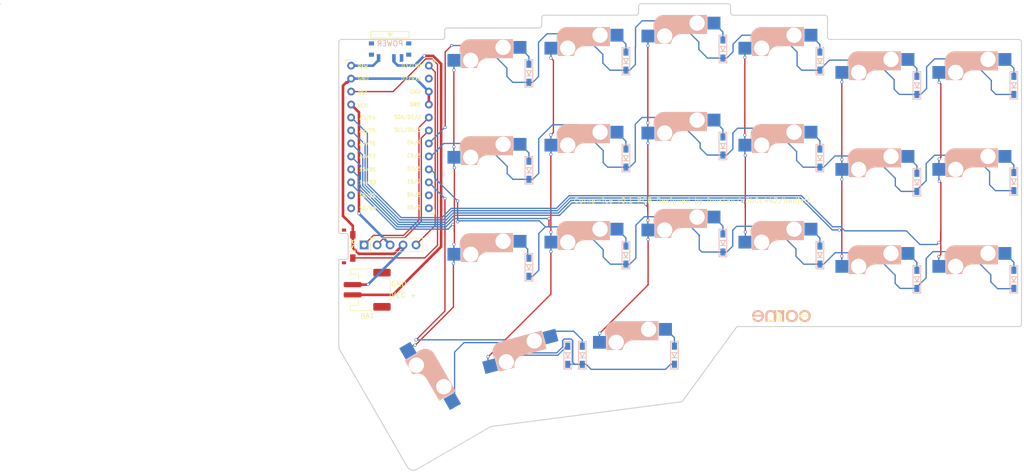
<source format=kicad_pcb>
(kicad_pcb (version 20221018) (generator pcbnew)
  (title_block (title "Corne-ice") (date "2022-12-17") (rev "0.1") (company "foostan/e3b0c442"))
  (layers (0 "F.Cu" signal) (31 "B.Cu" signal) (34 "B.Paste" user) (35 "F.Paste" user) (36 "B.SilkS" user "B.Silkscreen") (37 "F.SilkS" user "F.Silkscreen") (38 "B.Mask" user) (39 "F.Mask" user) (44 "Edge.Cuts" user))
  (net 0 "")
  (net 1 "MOSI_r")
  (net 2 "Net-(D22-Pad2)")
  (net 3 "row0_r")
  (net 4 "Net-(D23-Pad2)")
  (net 5 "Net-(D24-Pad2)")
  (net 6 "Net-(D25-Pad2)")
  (net 7 "Net-(D26-Pad2)")
  (net 8 "Net-(D27-Pad2)")
  (net 9 "row1_r")
  (net 10 "Net-(D28-Pad2)")
  (net 11 "Net-(D29-Pad2)")
  (net 12 "Net-(D30-Pad2)")
  (net 13 "Net-(D31-Pad2)")
  (net 14 "Net-(D32-Pad2)")
  (net 15 "Net-(D33-Pad2)")
  (net 16 "row2_r")
  (net 17 "Net-(D34-Pad2)")
  (net 18 "Net-(D35-Pad2)")
  (net 19 "Net-(D36-Pad2)")
  (net 20 "Net-(D37-Pad2)")
  (net 21 "Net-(D38-Pad2)")
  (net 22 "Net-(D39-Pad2)")
  (net 23 "Net-(D40-Pad2)")
  (net 24 "row3_r")
  (net 25 "Net-(D41-Pad2)")
  (net 26 "Net-(D42-Pad2)")
  (net 27 "reset_r")
  (net 28 "col0_r")
  (net 29 "col1_r")
  (net 30 "col2_r")
  (net 31 "col3_r")
  (net 32 "col4_r")
  (net 33 "col5_r")
  (net 34 "VDD")
  (net 35 "GNDA")
  (net 36 "CS_r")
  (net 42 "Net-(J3-Pad1)")
  (net 43 "SCK_r")
  (net 44 "RAW_r")
  (footprint "kbd:CherryMX_Hotswap_1.5u" (layer "F.Cu") (at 166.8645 95.15 -60)
    (fp_text reference "SW42" hide)
    (fp_text value "SW_PUSH" hide)
  )
  (footprint "Connector_PinHeader_2.54mm:PinHeader_1x05_P2.54mm_Vertical" (layer "F.Cu") (at 156.9325 67.03 90)
    (fp_text reference "J4" hide)
    (fp_text value "nice!view" hide)
  )
  (footprint "kbd:CherryMX_Hotswap" (layer "F.Cu") (at 219.6145 66.65)
    (fp_text reference "SW37" hide)
    (fp_text value "SW_PUSH" hide)
  )
  (footprint "kbd:CherryMX_Hotswap" (layer "F.Cu") (at 200.6145 69.025)
    (fp_text reference "SW38" hide)
    (fp_text value "SW_PUSH" hide)
  )
  (footprint "kbd:CherryMX_Hotswap" (layer "F.Cu") (at 181.6145 71.4)
    (fp_text reference "SW39" hide)
    (fp_text value "SW_PUSH" hide)
  )
  (footprint "kbd:CherryMX_Hotswap" (layer "F.Cu") (at 210.1145 88.65)
    (fp_text reference "SW40" hide)
    (fp_text value "SW_PUSH" hide)
  )
  (footprint "kbd:CherryMX_Hotswap" (layer "F.Cu") (at 189.1145 91.4 15)
    (fp_text reference "SW41" hide)
    (fp_text value "SW_PUSH" hide)
  )
  (footprint "kbd:CherryMX_Hotswap" (layer "F.Cu") (at 219.6145 28.65)
    (fp_text reference "SW25" hide)
    (fp_text value "SW_PUSH" hide)
  )
  (footprint "kbd:CherryMX_Hotswap" (layer "F.Cu") (at 200.6145 31.025)
    (fp_text reference "SW26" hide)
    (fp_text value "SW_PUSH" hide)
  )
  (footprint "kbd:CherryMX_Hotswap" (layer "F.Cu") (at 276.6145 54.775)
    (fp_text reference "SW28" hide)
    (fp_text value "SW_PUSH" hide)
  )
  (footprint "kbd:CherryMX_Hotswap" (layer "F.Cu") (at 238.6145 31.025)
    (fp_text reference "SW24" hide)
    (fp_text value "SW_PUSH" hide)
  )
  (footprint "kbd:CherryMX_Hotswap" (layer "F.Cu") (at 257.6145 54.775)
    (fp_text reference "SW29" hide)
    (fp_text value "SW_PUSH" hide)
  )
  (footprint "kbd:CherryMX_Hotswap" (layer "F.Cu") (at 257.6145 73.775)
    (fp_text reference "SW35" hide)
    (fp_text value "SW_PUSH" hide)
  )
  (footprint "kbd:CherryMX_Hotswap" (layer "F.Cu") (at 238.6145 69.025)
    (fp_text reference "SW36" hide)
    (fp_text value "SW_PUSH" hide)
  )
  (footprint "kbd:CherryMX_Hotswap" (layer "F.Cu") (at 276.6145 35.775)
    (fp_text reference "SW22" hide)
    (fp_text value "SW_PUSH" hide)
  )
  (footprint "kbd:CherryMX_Hotswap" (layer "F.Cu") (at 257.6145 35.775)
    (fp_text reference "SW23" hide)
    (fp_text value "SW_PUSH" hide)
  )
  (footprint "kbd:CherryMX_Hotswap" (layer "F.Cu") (at 238.6145 50.025)
    (fp_text reference "SW30" hide)
    (fp_text value "SW_PUSH" hide)
  )
  (footprint "kbd:CherryMX_Hotswap" (layer "F.Cu") (at 219.6145 47.65)
    (fp_text reference "SW31" hide)
    (fp_text value "SW_PUSH" hide)
  )
  (footprint "kbd:CherryMX_Hotswap" (layer "F.Cu") (at 200.6145 50.025)
    (fp_text reference "SW32" hide)
    (fp_text value "SW_PUSH" hide)
  )
  (footprint "kbd:CherryMX_Hotswap" (layer "F.Cu") (at 181.6145 52.4)
    (fp_text reference "SW33" hide)
    (fp_text value "SW_PUSH" hide)
  )
  (footprint "kbd:CherryMX_Hotswap" (layer "F.Cu") (at 276.6145 73.775)
    (fp_text reference "SW34" hide)
    (fp_text value "SW_PUSH" hide)
  )
  (footprint "kbd:M2_HOLE_v2" (layer "F.Cu") (at 177.3895 89.145 180)
    (fp_text reference "Ref**" hide)
    (fp_text value "Val**" hide)
  )
  (footprint "kbd:M2_HOLE_v2" (layer "F.Cu") (at 223.9555 81.5305 180)
    (fp_text reference "Ref**" hide)
    (fp_text value "Val**" hide)
  )
  (footprint "kbd:M2_HOLE_v2" (layer "F.Cu") (at 267.0995 45.2655 180)
    (fp_text reference "Ref**" hide)
    (fp_text value "Val**" hide)
  )
  (footprint "kbd:M2_HOLE_v2" (layer "F.Cu") (at 191.1445 41.7755 180)
    (fp_text reference "Ref**" hide)
    (fp_text value "Val**" hide)
  )
  (footprint "kbd:CherryMX_Hotswap" (layer "F.Cu") (at 181.6075 33.405)
    (fp_text reference "SW27" hide)
    (fp_text value "SW_PUSH" hide)
  )
  (footprint "kbd:ProMicro_v3" (layer "F.Cu") (at 161.9875 46.39)
    (fp_text reference "U2" hide)
    (fp_text value "nice!nano" hide)
  )
  (footprint "kbd:corne-logo-horizontal" (layer "F.Cu") (at 238.7775 81.04)
    (fp_text reference "G***" hide)
    (fp_text value "LOGO" hide)
  )
  (footprint "Connector_JST:JST_PH_S2B-PH-SM4-TB_1x02-1MP_P2.00mm_Horizontal" (layer "F.Cu") (at 157.5215 75.812 90)
    (fp_text reference "J3" hide)
    (fp_text value "BAT")
  )
  (footprint "keeblib:alps_sksn" (layer "F.Cu") (at 152.1325 67.33 -90)
    (fp_text reference "RST")
    (fp_text value "SW_PUSH" hide)
  )
  (footprint "kbd:D3_SMD_v2" (layer "B.Cu") (at 265.2145 35.775 90)
    (fp_text reference "D23" hide)
    (fp_text value "D" hide)
  )
  (footprint "kbd:D3_SMD_v2" (layer "B.Cu") (at 246.2145 31.025 90)
    (fp_text reference "D24" hide)
    (fp_text value "D" hide)
  )
  (footprint "kbd:D3_SMD_v2" (layer "B.Cu") (at 227.2145 28.65 90)
    (fp_text reference "D25" hide)
    (fp_text value "D" hide)
  )
  (footprint "kbd:D3_SMD_v2" (layer "B.Cu") (at 189.2075 33.405 90)
    (fp_text reference "D27" hide)
    (fp_text value "D" hide)
  )
  (footprint "kbd:D3_SMD_v2" (layer "B.Cu") (at 284.2145 54.625 90)
    (fp_text reference "D28" hide)
    (fp_text value "D" hide)
  )
  (footprint "kbd:D3_SMD_v2" (layer "B.Cu") (at 265.2145 54.775 90)
    (fp_text reference "D29" hide)
    (fp_text value "D" hide)
  )
  (footprint "kbd:D3_SMD_v2" (layer "B.Cu") (at 246.2145 50.025 90)
    (fp_text reference "D30" hide)
    (fp_text value "D" hide)
  )
  (footprint "kbd:D3_SMD_v2" (layer "B.Cu") (at 227.2145 47.65 90)
    (fp_text reference "D31" hide)
    (fp_text value "D" hide)
  )
  (footprint "kbd:D3_SMD_v2" (layer "B.Cu") (at 208.2145 50.025 90)
    (fp_text reference "D32" hide)
    (fp_text value "D" hide)
  )
  (footprint "kbd:D3_SMD_v2" (layer "B.Cu") (at 189.2075 52.405 90)
    (fp_text reference "D33" hide)
    (fp_text value "D" hide)
  )
  (footprint "kbd:D3_SMD_v2" (layer "B.Cu") (at 284.2145 73.775 90)
    (fp_text reference "D34" hide)
    (fp_text value "D" hide)
  )
  (footprint "kbd:D3_SMD_v2" (layer "B.Cu") (at 265.2145 73.775 90)
    (fp_text reference "D35" hide)
    (fp_text value "D" hide)
  )
  (footprint "kbd:D3_SMD_v2" (layer "B.Cu") (at 246.2145 69.025 90)
    (fp_text reference "D36" hide)
    (fp_text value "D" hide)
  )
  (footprint "kbd:D3_SMD_v2" (layer "B.Cu") (at 227.2145 66.65 90)
    (fp_text reference "D37" hide)
    (fp_text value "D" hide)
  )
  (footprint "kbd:D3_SMD_v2" (layer "B.Cu") (at 208.2145 69.025 90)
    (fp_text reference "D38" hide)
    (fp_text value "D" hide)
  )
  (footprint "kbd:D3_SMD_v2" (layer "B.Cu") (at 189.2075 71.405 90)
    (fp_text reference "D39" hide)
    (fp_text value "D" hide)
  )
  (footprint "kbd:D3_SMD_v2" (layer "B.Cu") (at 217.7145 88.635 90)
    (fp_text reference "D40" hide)
    (fp_text value "D" hide)
  )
  (footprint "kbd:D3_SMD_v2" (layer "B.Cu") (at 199.6645 88.65 90)
    (fp_text reference "D41" hide)
    (fp_text value "D" hide)
  )
  (footprint "kbd:D3_SMD_v2" (layer "B.Cu") (at 196.8145 88.65 90)
    (fp_text reference "D42" hide)
    (fp_text value "D" hide)
  )
  (footprint "kbd:D3_SMD_v2" (layer "B.Cu") (at 284.2145 35.775 90)
    (fp_text reference "D22" hide)
    (fp_text value "D" hide)
  )
  (footprint "kbd:D3_SMD_v2" (layer "B.Cu") (at 208.2145 31.025 90)
    (fp_text reference "D26" hide)
    (fp_text value "D" hide)
  )
  (footprint "kbd:M2_HOLE_v2" (layer "B.Cu") (at 154.4185 82.785 180)
    (fp_text reference "Ref**" hide)
    (fp_text value "Val**" hide)
  )
  (footprint "kbd:M2_HOLE_v2" (layer "B.Cu") (at 269.1875 54.125 180)
    (fp_text reference "Ref**" hide)
    (fp_text value "Val**" hide)
  )
  (footprint "kbd:M2_HOLE_v2" (layer "B.Cu") (at 168.8505 74.264 180)
    (fp_text reference "Ref**" hide)
    (fp_text value "Val**" hide)
  )
  (footprint "kbd:corne-logo-horizontal" (layer "B.Cu") (at 238.5675 81.04 180)
    (fp_text reference "G***" hide)
    (fp_text value "LOGO" hide)
  )
  (footprint "keeblib:switch_SSSS811101" (layer "B.Cu") (at 162.0075 28.66)
    (fp_text reference "PSW2" hide)
    (fp_text value "POWER")
  )
  (gr_curve (pts (xy 181.6295 102.678) (xy 181.84293 102.613557) (xy 182.062163 102.570169) (xy 182.284056 102.54846)) (stroke (width 0.2)) (layer "Edge.Cuts"))
  (gr_curve (pts (xy 152.181791 87.625717) (xy 152.029054 87.360585) (xy 151.950612 87.059178) (xy 151.9547 86.753228)) (stroke (width 0.2)) (layer "Edge.Cuts"))
  (gr_line (start 191.706177 24.025707) (end 191.706177 22.527109) (stroke (width 0.2)) (layer "Edge.Cuts"))
  (gr_line (start 173.204835 24.526087) (end 191.205797 24.526087) (stroke (width 0.2)) (layer "Edge.Cuts"))
  (gr_curve (pts (xy 151.9547 27.278174) (xy 151.954759 27.002128) (xy 152.178537 26.778365) (xy 152.454583 26.778301)) (stroke (width 0.2)) (layer "Edge.Cuts"))
  (gr_line (start 151.955216 27.276904) (end 151.955216 64.5) (stroke (width 0.2)) (layer "Edge.Cuts"))
  (gr_line (start 285.704628 27.278174) (end 285.706404 82.52693) (stroke (width 0.2)) (layer "Edge.Cuts"))
  (gr_line (start 248.205881 26.776525) (end 285.204501 26.778301) (stroke (width 0.2)) (layer "Edge.Cuts"))
  (gr_line (start 211.205737 19.776292) (end 228.20594 19.776292) (stroke (width 0.2)) (layer "Edge.Cuts"))
  (gr_line (start 210.705358 21.52635) (end 210.705358 20.276671) (stroke (width 0.2)) (layer "Edge.Cuts"))
  (gr_line (start 192.206556 22.026729) (end 210.204472 22.028252) (stroke (width 0.2)) (layer "Edge.Cuts"))
  (gr_line (start 181.6295 102.678) (end 167.335417 110.939084) (stroke (width 0.2)) (layer "Edge.Cuts"))
  (gr_line (start 172.706995 25.026466) (end 172.704713 26.278179) (stroke (width 0.2)) (layer "Edge.Cuts"))
  (gr_curve (pts (xy 172.704713 25.028242) (xy 172.704654 24.752107) (xy 172.928431 24.528195) (xy 173.204577 24.528121)) (stroke (width 0.2)) (layer "Edge.Cuts"))
  (gr_line (start 247.705501 22.527109) (end 247.705501 26.276145) (stroke (width 0.2)) (layer "Edge.Cuts"))
  (gr_line (start 228.70632 20.276671) (end 228.70632 21.52635) (stroke (width 0.2)) (layer "Edge.Cuts"))
  (gr_line (start 152.455595 26.776525) (end 172.204592 26.778301) (stroke (width 0.2)) (layer "Edge.Cuts"))
  (gr_curve (pts (xy 285.704628 82.5282) (xy 285.704558 82.804345) (xy 285.480647 83.028143) (xy 285.204506 83.028073)) (stroke (width 0.2)) (layer "Edge.Cuts"))
  (gr_curve (pts (xy 285.204506 83.028073) (xy 285.204501 83.028073) (xy 285.204501 83.028073) (xy 285.204501 83.028073)) (stroke (width 0.2)) (layer "Edge.Cuts"))
  (gr_curve (pts (xy 285.204501 26.778301) (xy 285.480642 26.778231) (xy 285.704558 27.002029) (xy 285.704628 27.278169)) (stroke (width 0.2)) (layer "Edge.Cuts"))
  (gr_curve (pts (xy 285.704628 27.278169) (xy 285.704628 27.278174) (xy 285.704628 27.278174) (xy 285.704628 27.278174)) (stroke (width 0.2)) (layer "Edge.Cuts"))
  (gr_curve (pts (xy 248.204611 26.778301) (xy 247.928465 26.77837) (xy 247.704559 26.554568) (xy 247.704489 26.278427)) (stroke (width 0.2)) (layer "Edge.Cuts"))
  (gr_curve (pts (xy 247.704489 26.278427) (xy 247.704489 26.278343) (xy 247.704489 26.278264) (xy 247.704489 26.278179)) (stroke (width 0.2)) (layer "Edge.Cuts"))
  (gr_curve (pts (xy 247.204616 22.028252) (xy 247.480662 22.028322) (xy 247.70442 22.25208) (xy 247.704489 22.528126)) (stroke (width 0.2)) (layer "Edge.Cuts"))
  (gr_curve (pts (xy 229.204665 22.028252) (xy 228.92852 22.028322) (xy 228.704613 21.804519) (xy 228.704544 21.528379)) (stroke (width 0.2)) (layer "Edge.Cuts"))
  (gr_curve (pts (xy 228.704544 21.528379) (xy 228.704544 21.528295) (xy 228.704544 21.52821) (xy 228.704544 21.528126)) (stroke (width 0.2)) (layer "Edge.Cuts"))
  (gr_curve (pts (xy 228.20467 19.778068) (xy 228.480816 19.778137) (xy 228.704613 20.002049) (xy 228.704544 20.278189)) (stroke (width 0.2)) (layer "Edge.Cuts"))
  (gr_curve (pts (xy 228.704544 20.278189) (xy 228.704544 20.278194) (xy 228.704544 20.278194) (xy 228.704544 20.278194)) (stroke (width 0.2)) (layer "Edge.Cuts"))
  (gr_curve (pts (xy 210.704594 20.278194) (xy 210.704524 20.002054) (xy 210.928322 19.778137) (xy 211.204467 19.778068)) (stroke (width 0.2)) (layer "Edge.Cuts"))
  (gr_curve (pts (xy 211.204467 19.778068) (xy 211.204467 19.778068) (xy 211.204467 19.778068) (xy 211.204467 19.778068)) (stroke (width 0.2)) (layer "Edge.Cuts"))
  (gr_curve (pts (xy 210.704594 21.528126) (xy 210.704663 21.804266) (xy 210.480866 22.028183) (xy 210.20472 22.028252)) (stroke (width 0.2)) (layer "Edge.Cuts"))
  (gr_curve (pts (xy 210.20472 22.028252) (xy 210.204641 22.028252) (xy 210.204552 22.028252) (xy 210.204472 22.028252)) (stroke (width 0.2)) (layer "Edge.Cuts"))
  (gr_curve (pts (xy 191.704649 22.528126) (xy 191.704718 22.25208) (xy 191.928476 22.028322) (xy 192.204522 22.028252)) (stroke (width 0.2)) (layer "Edge.Cuts"))
  (gr_curve (pts (xy 191.704649 24.028247) (xy 191.704579 24.304388) (xy 191.480672 24.52819) (xy 191.204527 24.528121)) (stroke (width 0.2)) (layer "Edge.Cuts"))
  (gr_line (start 165.4073 110.559612) (end 152.181276 87.627245) (stroke (width 0.2)) (layer "Edge.Cuts"))
  (gr_curve (pts (xy 165.410396 110.564226) (xy 165.409364 110.562688) (xy 165.408332 110.56115) (xy 165.4073 110.559612)) (stroke (width 0.2)) (layer "Edge.Cuts"))
  (gr_curve (pts (xy 167.335417 110.939084) (xy 166.700318 111.367153) (xy 165.838465 111.199314) (xy 165.410396 110.564226)) (stroke (width 0.2)) (layer "Edge.Cuts"))
  (gr_line (start 218.954506 97.778087) (end 182.284056 102.54846) (stroke (width 0.2)) (layer "Edge.Cuts"))
  (gr_curve (pts (xy 219.308071 97.631789) (xy 219.21428 97.725501) (xy 219.087101 97.778126) (xy 218.954506 97.778087)) (stroke (width 0.2)) (layer "Edge.Cuts"))
  (gr_line (start 229.851095 83.174629) (end 219.308071 97.631789) (stroke (width 0.2)) (layer "Edge.Cuts"))
  (gr_curve (pts (xy 172.704713 26.278179) (xy 172.704773 26.55432) (xy 172.480975 26.778231) (xy 172.20483 26.778301)) (stroke (width 0.2)) (layer "Edge.Cuts"))
  (gr_curve (pts (xy 172.20483 26.778301) (xy 172.20475 26.778301) (xy 172.204671 26.778301) (xy 172.204592 26.778301)) (stroke (width 0.2)) (layer "Edge.Cuts"))
  (gr_curve (pts (xy 85.690533 19.770068) (xy 85.690533 19.770068) (xy 85.690533 19.770068) (xy 85.690533 19.770068)) (stroke (width 0.2)) (layer "Edge.Cuts"))
  (gr_curve (pts (xy 229.851095 83.174629) (xy 229.944847 83.080818) (xy 230.072035 83.028103) (xy 230.204661 83.028073)) (stroke (width 0.2)) (layer "Edge.Cuts"))
  (gr_line (start 151.9575 70.005) (end 151.9547 86.753228) (stroke (width 0.2)) (layer "Edge.Cuts"))
  (gr_line (start 152.1575 69.88) (end 153.3075 69.88) (stroke (width 0.2)) (layer "Edge.Cuts"))
  (gr_arc (start 151.9575 70.08) (mid 152.016079 69.938579) (end 152.1575 69.88) (stroke (width 0.2)) (layer "Edge.Cuts"))
  (gr_arc (start 152.1575 64.78) (mid 152.016079 64.721421) (end 151.9575 64.58) (stroke (width 0.2)) (layer "Edge.Cuts"))
  (gr_arc (start 153.3075 64.78) (mid 153.661053 64.926447) (end 153.8075 65.28) (stroke (width 0.2)) (layer "Edge.Cuts"))
  (gr_line (start 285.204501 83.028073) (end 230.204661 83.028073) (stroke (width 0.2)) (layer "Edge.Cuts"))
  (gr_line (start 247.204616 22.028252) (end 229.204665 22.028252) (stroke (width 0.2)) (layer "Edge.Cuts"))
  (gr_line (start 153.8075 65.28) (end 153.8075 69.38) (stroke (width 0.2)) (layer "Edge.Cuts"))
  (gr_arc (start 153.8075 69.38) (mid 153.661053 69.733553) (end 153.3075 69.88) (stroke (width 0.2)) (layer "Edge.Cuts"))
  (gr_line (start 152.1575 64.78) (end 153.3075 64.78) (stroke (width 0.2)) (layer "Edge.Cuts"))
  (gr_text "Corne-ice v0.1 PCB Designed by foostan/e3b0c442/badjeff" (at 197.9075 58.33) (layer "F.SilkS") (effects (font (size 1 1) (thickness 0.125)) (justify left)))
  (gr_text "GND -" (at 164.7075 74.68) (layer "F.SilkS") (effects (font (size 1 1))))
  (gr_text "VCC +" (at 164.7075 76.88) (layer "F.SilkS") (effects (font (size 1 1))))
  (segment (start 164.648511 65.170989) (end 158.741511 65.170989) (width 0.254) (layer "F.Cu") (net 1))
  (segment (start 158.741511 65.170989) (end 156.9325 66.98) (width 0.254) (layer "F.Cu") (net 1))
  (segment (start 169.6039 42.073) (end 167.6745 44.0024) (width 0.254) (layer "F.Cu") (net 1))
  (segment (start 167.6745 44.0024) (end 167.6745 62.145) (width 0.254) (layer "F.Cu") (net 1))
  (segment (start 167.6745 62.145) (end 164.648511 65.170989) (width 0.254) (layer "F.Cu") (net 1))
  (segment (start 284.2145 32.42) (end 284.2145 34) (width 0.25) (layer "B.Cu") (net 2))
  (segment (start 282.4895 30.695) (end 284.2145 32.42) (width 0.25) (layer "B.Cu") (net 2))
  (segment (start 172.8075 29.221022) (end 172.8075 44.0152) (width 0.25) (layer "F.Cu") (net 3))
  (segment (start 174.063522 27.965) (end 172.8075 29.221022) (width 0.25) (layer "F.Cu") (net 3))
  (via (at 172.8075 44.0152) (size 0.6) (drill 0.4) (layers "F.Cu" "B.Cu") (net 3))
  (via (at 174.063522 27.965) (size 0.6) (drill 0.4) (layers "F.Cu" "B.Cu") (net 3))
  (segment (start 186.0425 35.18) (end 189.2075 35.18) (width 0.25) (layer "B.Cu") (net 3))
  (segment (start 260.7575 34.665) (end 260.7575 36.545) (width 0.25) (layer "B.Cu") (net 3))
  (segment (start 265.9645 37.55) (end 267.1175 36.397) (width 0.25) (layer "B.Cu") (net 3))
  (segment (start 208.9645 32.8) (end 210.0675 31.697) (width 0.25) (layer "B.Cu") (net 3))
  (segment (start 268.6975 30.575) (end 275.5575 30.575) (width 0.25) (layer "B.Cu") (net 3))
  (segment (start 203.6975 29.715) (end 203.6975 31.415) (width 0.25) (layer "B.Cu") (net 3))
  (segment (start 226.4645 30.425) (end 227.2145 30.425) (width 0.25) (layer "B.Cu") (net 3))
  (segment (start 265.2145 37.55) (end 265.9645 37.55) (width 0.25) (layer "B.Cu") (net 3))
  (segment (start 241.7475 31.915) (end 242.6325 32.8) (width 0.25) (layer "B.Cu") (net 3))
  (segment (start 279.7975 34.815) (end 279.7975 36.665) (width 0.25) (layer "B.Cu") (net 3))
  (segment (start 224.1975 30.425) (end 226.4645 30.425) (width 0.25) (layer "B.Cu") (net 3))
  (segment (start 256.9175 30.825) (end 259.9475 33.855) (width 0.25) (layer "B.Cu") (net 3))
  (segment (start 191.0875 34.05) (end 191.0875 27.345) (width 0.25) (layer "B.Cu") (net 3))
  (segment (start 238.453498 25.945) (end 241.7475 29.239002) (width 0.25) (layer "B.Cu") (net 3))
  (segment (start 210.0675 31.697) (end 210.0675 28.205) (width 0.25) (layer "B.Cu") (net 3))
  (segment (start 210.0675 28.205) (end 210.0975 28.175) (width 0.25) (layer "B.Cu") (net 3))
  (segment (start 199.6475 25.665) (end 203.6975 29.715) (width 0.25) (layer "B.Cu") (net 3))
  (segment (start 189.2075 35.18) (end 189.9575 35.18) (width 0.25) (layer "B.Cu") (net 3))
  (segment (start 222.4875 28.715) (end 224.1975 30.425) (width 0.25) (layer "B.Cu") (net 3))
  (segment (start 259.9475 33.855) (end 260.7575 34.665) (width 0.25) (layer "B.Cu") (net 3))
  (segment (start 174.063522 27.965) (end 180.4875 27.965) (width 0.25) (layer "B.Cu") (net 3))
  (segment (start 275.5575 30.575) (end 279.7975 34.815) (width 0.25) (layer "B.Cu") (net 3))
  (segment (start 192.7675 25.665) (end 199.6475 25.665) (width 0.25) (layer "B.Cu") (net 3))
  (segment (start 218.3475 23.135) (end 222.4875 27.275) (width 0.25) (layer "B.Cu") (net 3))
  (segment (start 184.8975 32.375) (end 184.8975 34.035) (width 0.25) (layer "B.Cu") (net 3))
  (segment (start 264.4645 37.55) (end 265.2145 37.55) (width 0.25) (layer "B.Cu") (net 3))
  (segment (start 222.4875 27.275) (end 222.4875 28.715) (width 0.25) (layer "B.Cu") (net 3))
  (segment (start 242.6325 32.8) (end 246.1125 32.8) (width 0.25) (layer "B.Cu") (net 3))
  (segment (start 241.7475 29.239002) (end 241.7475 31.915) (width 0.25) (layer "B.Cu") (net 3))
  (segment (start 230.959498 25.945) (end 238.453498 25.945) (width 0.25) (layer "B.Cu") (net 3))
  (segment (start 172.8075 44.0152) (end 172.7357 44.0152) (width 0.25) (layer "B.Cu") (net 3))
  (segment (start 205.0825 32.8) (end 208.2145 32.8) (width 0.25) (layer "B.Cu") (net 3))
  (segment (start 280.6825 37.55) (end 284.2145 37.55) (width 0.25) (layer "B.Cu") (net 3))
  (segment (start 246.1125 32.8) (end 248.0875 30.825) (width 0.25) (layer "B.Cu") (net 3))
  (segment (start 227.9645 30.425) (end 229.1975 29.192) (width 0.25) (layer "B.Cu") (net 3))
  (segment (start 191.0875 27.345) (end 192.7675 25.665) (width 0.25) (layer "B.Cu") (net 3))
  (segment (start 261.7625 37.55) (end 264.4645 37.55) (width 0.25) (layer "B.Cu") (net 3))
  (segment (start 279.7975 36.665) (end 280.6825 37.55) (width 0.25) (layer "B.Cu") (net 3))
  (segment (start 267.1175 32.155) (end 268.6975 30.575) (width 0.25) (layer "B.Cu") (net 3))
  (segment (start 229.1975 27.706998) (end 230.959498 25.945) (width 0.25) (layer "B.Cu") (net 3))
  (segment (start 248.0875 30.825) (end 256.9175 30.825) (width 0.25) (layer "B.Cu") (net 3))
  (segment (start 227.2145 30.425) (end 227.9645 30.425) (width 0.25) (layer "B.Cu") (net 3))
  (segment (start 180.4875 27.965) (end 184.8975 32.375) (width 0.25) (layer "B.Cu") (net 3))
  (segment (start 189.9575 35.18) (end 191.0875 34.05) (width 0.25) (layer "B.Cu") (net 3))
  (segment (start 172.7357 44.0152) (end 169.5989 47.152) (width 0.25) (layer "B.Cu") (net 3))
  (segment (start 211.3975 23.135) (end 218.3475 23.135) (width 0.25) (layer "B.Cu") (net 3))
  (segment (start 267.1175 36.397) (end 267.1175 32.155) (width 0.25) (layer "B.Cu") (net 3))
  (segment (start 208.2145 32.8) (end 208.9645 32.8) (width 0.25) (layer "B.Cu") (net 3))
  (segment (start 184.8975 34.035) (end 186.0425 35.18) (width 0.25) (layer "B.Cu") (net 3))
  (segment (start 203.6975 31.415) (end 205.0825 32.8) (width 0.25) (layer "B.Cu") (net 3))
  (segment (start 210.0975 24.435) (end 211.3975 23.135) (width 0.25) (layer "B.Cu") (net 3))
  (segment (start 229.1975 29.192) (end 229.1975 27.706998) (width 0.25) (layer "B.Cu") (net 3))
  (segment (start 210.0975 28.175) (end 210.0975 24.435) (width 0.25) (layer "B.Cu") (net 3))
  (segment (start 260.7575 36.545) (end 261.7625 37.55) (width 0.25) (layer "B.Cu") (net 3))
  (segment (start 263.4565 30.732) (end 265.2145 32.49) (width 0.25) (layer "B.Cu") (net 4))
  (segment (start 265.2145 32.49) (end 265.2145 34) (width 0.25) (layer "B.Cu") (net 4))
  (segment (start 244.4565 26.012) (end 246.2145 27.77) (width 0.25) (layer "B.Cu") (net 5))
  (segment (start 246.2145 27.77) (end 246.2145 29.25) (width 0.25) (layer "B.Cu") (net 5))
  (segment (start 227.2145 25.33) (end 227.2145 26.875) (width 0.25) (layer "B.Cu") (net 6))
  (segment (start 225.4565 23.572) (end 227.2145 25.33) (width 0.25) (layer "B.Cu") (net 6))
  (segment (start 206.4695 25.945) (end 208.2145 27.69) (width 0.25) (layer "B.Cu") (net 7))
  (segment (start 208.2145 27.69) (end 208.2145 29.25) (width 0.25) (layer "B.Cu") (net 7))
  (segment (start 187.4565 28.392) (end 189.2075 30.143) (width 0.25) (layer "B.Cu") (net 8))
  (segment (start 189.2075 30.143) (end 189.2075 31.63) (width 0.25) (layer "B.Cu") (net 8))
  (segment (start 279.4575 52.699002) (end 279.4575 55.265) (width 0.25) (layer "B.Cu") (net 9))
  (segment (start 217.7675 42.065) (end 222.7575 47.055) (width 0.25) (layer "B.Cu") (net 9))
  (segment (start 224.1175 49.425) (end 227.2145 49.425) (width 0.25) (layer "B.Cu") (net 9))
  (segment (start 249.1595 49.605) (end 256.6075 49.605) (width 0.25) (layer "B.Cu") (net 9))
  (segment (start 237.0675 44.165) (end 241.6475 48.745) (width 0.25) (layer "B.Cu") (net 9))
  (segment (start 203.7575 50.915) (end 204.6425 51.8) (width 0.25) (layer "B.Cu") (net 9))
  (segment (start 241.6475 50.505) (end 242.9425 51.8) (width 0.25) (layer "B.Cu") (net 9))
  (segment (start 210.0475 50.717) (end 210.0475 43.385) (width 0.25) (layer "B.Cu") (net 9))
  (segment (start 169.9905 49.692) (end 172.5275 47.155) (width 0.25) (layer "B.Cu") (net 9))
  (segment (start 210.0475 43.385) (end 211.3675 42.065) (width 0.25) (layer "B.Cu") (net 9))
  (segment (start 276.213498 49.455) (end 279.4575 52.699002) (width 0.25) (layer "B.Cu") (net 9))
  (segment (start 279.4575 55.265) (end 280.5925 56.4) (width 0.25) (layer "B.Cu") (net 9))
  (segment (start 229.1675 45.095) (end 230.0975 44.165) (width 0.25) (layer "B.Cu") (net 9))
  (segment (start 193.8525 43.495) (end 198.6975 43.495) (width 0.25) (layer "B.Cu") (net 9))
  (segment (start 267.0275 54.435) (end 267.0275 51.095) (width 0.25) (layer "B.Cu") (net 9))
  (segment (start 189.2075 54.18) (end 189.9575 54.18) (width 0.25) (layer "B.Cu") (net 9))
  (segment (start 260.9875 53.985) (end 260.9875 55.415) (width 0.25) (layer "B.Cu") (net 9))
  (segment (start 211.3675 42.065) (end 217.7675 42.065) (width 0.25) (layer "B.Cu") (net 9))
  (segment (start 184.9575 53.055) (end 186.0825 54.18) (width 0.25) (layer "B.Cu") (net 9))
  (segment (start 241.6475 48.745) (end 241.6475 50.505) (width 0.25) (layer "B.Cu") (net 9))
  (segment (start 191.1275 53.01) (end 191.1275 46.22) (width 0.25) (layer "B.Cu") (net 9))
  (segment (start 198.6975 43.495) (end 203.7575 48.555) (width 0.25) (layer "B.Cu") (net 9))
  (segment (start 191.1275 46.22) (end 193.8525 43.495) (width 0.25) (layer "B.Cu") (net 9))
  (segment (start 246.9645 51.8) (end 249.1595 49.605) (width 0.25) (layer "B.Cu") (net 9))
  (segment (start 203.7575 48.555) (end 203.7575 50.915) (width 0.25) (layer "B.Cu") (net 9))
  (segment (start 204.6425 51.8) (end 208.2145 51.8) (width 0.25) (layer "B.Cu") (net 9))
  (segment (start 280.5925 56.4) (end 284.2145 56.4) (width 0.25) (layer "B.Cu") (net 9))
  (segment (start 256.6075 49.605) (end 260.9875 53.985) (width 0.25) (layer "B.Cu") (net 9))
  (segment (start 222.7575 48.065) (end 224.1175 49.425) (width 0.25) (layer "B.Cu") (net 9))
  (segment (start 222.7575 47.055) (end 222.7575 48.065) (width 0.25) (layer "B.Cu") (net 9))
  (segment (start 230.0975 44.165) (end 237.0675 44.165) (width 0.25) (layer "B.Cu") (net 9))
  (segment (start 172.5275 47.155) (end 180.4575 47.155) (width 0.25) (layer "B.Cu") (net 9))
  (segment (start 229.1675 48.222) (end 229.1675 45.095) (width 0.25) (layer "B.Cu") (net 9))
  (segment (start 180.4575 47.155) (end 184.9575 51.655) (width 0.25) (layer "B.Cu") (net 9))
  (segment (start 268.6675 49.455) (end 276.213498 49.455) (width 0.25) (layer "B.Cu") (net 9))
  (segment (start 227.2145 49.425) (end 227.9645 49.425) (width 0.25) (layer "B.Cu") (net 9))
  (segment (start 262.1225 56.55) (end 265.2145 56.55) (width 0.25) (layer "B.Cu") (net 9))
  (segment (start 227.9645 49.425) (end 229.1675 48.222) (width 0.25) (layer "B.Cu") (net 9))
  (segment (start 260.9875 55.415) (end 262.1225 56.55) (width 0.25) (layer "B.Cu") (net 9))
  (segment (start 246.2145 51.8) (end 246.9645 51.8) (width 0.25) (layer "B.Cu") (net 9))
  (segment (start 208.9645 51.8) (end 210.0475 50.717) (width 0.25) (layer "B.Cu") (net 9))
  (segment (start 208.2145 51.8) (end 208.9645 51.8) (width 0.25) (layer "B.Cu") (net 9))
  (segment (start 186.0825 54.18) (end 189.2075 54.18) (width 0.25) (layer "B.Cu") (net 9))
  (segment (start 184.9575 51.655) (end 184.9575 53.055) (width 0.25) (layer "B.Cu") (net 9))
  (segment (start 265.2145 56.248) (end 267.0275 54.435) (width 0.25) (layer "B.Cu") (net 9))
  (segment (start 242.9425 51.8) (end 246.2145 51.8) (width 0.25) (layer "B.Cu") (net 9))
  (segment (start 189.9575 54.18) (end 191.1275 53.01) (width 0.25) (layer "B.Cu") (net 9))
  (segment (start 267.0275 51.095) (end 268.6675 49.455) (width 0.25) (layer "B.Cu") (net 9))
  (segment (start 284.2145 51.6) (end 284.2145 52.85) (width 0.25) (layer "B.Cu") (net 10))
  (segment (start 282.5195 49.695) (end 284.2145 51.39) (width 0.25) (layer "B.Cu") (net 10))
  (segment (start 284.2145 51.39) (end 284.2145 51.6) (width 0.25) (layer "B.Cu") (net 10))
  (segment (start 265.2145 51.53) (end 265.2145 53) (width 0.25) (layer "B.Cu") (net 11))
  (segment (start 263.4565 49.772) (end 265.2145 51.53) (width 0.25) (layer "B.Cu") (net 11))
  (segment (start 244.5495 44.945) (end 246.2145 46.61) (width 0.25) (layer "B.Cu") (net 12))
  (segment (start 246.2145 46.61) (end 246.2145 48.25) (width 0.25) (layer "B.Cu") (net 12))
  (segment (start 225.4565 42.642) (end 227.2145 44.4) (width 0.25) (layer "B.Cu") (net 13))
  (segment (start 227.2145 44.4) (end 227.2145 45.875) (width 0.25) (layer "B.Cu") (net 13))
  (segment (start 208.2145 46.73) (end 208.2145 48.25) (width 0.25) (layer "B.Cu") (net 14))
  (segment (start 206.4565 44.972) (end 208.2145 46.73) (width 0.25) (layer "B.Cu") (net 14))
  (segment (start 187.5245 47.32) (end 189.2075 49.003) (width 0.25) (layer "B.Cu") (net 15))
  (segment (start 189.2075 49.003) (end 189.2075 50.63) (width 0.25) (layer "B.Cu") (net 15))
  (segment (start 175.2325 58.41501) (end 175.2325 62.5) (width 0.25) (layer "F.Cu") (net 16))
  (via (at 175.2325 58.41501) (size 0.6) (drill 0.4) (layers "F.Cu" "B.Cu") (net 16))
  (via (at 175.2325 62.5) (size 0.6) (drill 0.4) (layers "F.Cu" "B.Cu") (net 16))
  (segment (start 211.8175 61.505) (end 218.9675 61.505) (width 0.25) (layer "B.Cu") (net 16))
  (segment (start 210.1675 69.597) (end 210.1675 63.155) (width 0.25) (layer "B.Cu") (net 16))
  (segment (start 268.3575 68.345) (end 267.0275 69.675) (width 0.25) (layer "B.Cu") (net 16))
  (segment (start 208.2145 70.8) (end 208.9645 70.8) (width 0.25) (layer "B.Cu") (net 16))
  (segment (start 283.4645 75.55) (end 283.4095 75.605) (width 0.25) (layer "B.Cu") (net 16))
  (segment (start 284.2145 75.55) (end 283.4645 75.55) (width 0.25) (layer "B.Cu") (net 16))
  (segment (start 229.9075 63.385) (end 237.0975 63.385) (width 0.25) (layer "B.Cu") (net 16))
  (segment (start 208.9645 70.8) (end 210.1675 69.597) (width 0.25) (layer "B.Cu") (net 16))
  (segment (start 210.1675 63.155) (end 211.8175 61.505) (width 0.25) (layer "B.Cu") (net 16))
  (segment (start 249.2075 68.557) (end 256.5495 68.557) (width 0.25) (layer "B.Cu") (net 16))
  (segment (start 260.9575 74.575) (end 261.9325 75.55) (width 0.25) (layer "B.Cu") (net 16))
  (segment (start 246.2145 70.8) (end 246.9645 70.8) (width 0.25) (layer "B.Cu") (net 16))
  (segment (start 279.6975 74.275) (end 279.6975 72.885) (width 0.25) (layer "B.Cu") (net 16))
  (segment (start 261.9325 75.55) (end 264.4645 75.55) (width 0.25) (layer "B.Cu") (net 16))
  (segment (start 264.4645 75.55) (end 265.2145 75.55) (width 0.25) (layer "B.Cu") (net 16))
  (segment (start 223.0875 68.425) (end 227.6875 68.425) (width 0.25) (layer "B.Cu") (net 16))
  (segment (start 229.1375 64.155) (end 229.9075 63.385) (width 0.25) (layer "B.Cu") (net 16))
  (segment (start 170.7475 53.93001) (end 175.2325 58.41501) (width 0.25) (layer "B.Cu") (net 16))
  (segment (start 203.7575 67.945) (end 203.7575 69.395) (width 0.25) (layer "B.Cu") (net 16))
  (segment (start 203.7575 69.395) (end 205.1625 70.8) (width 0.25) (layer "B.Cu") (net 16))
  (segment (start 191.1475 64.785) (end 192.4375 63.495) (width 0.25) (layer "B.Cu") (net 16))
  (segment (start 275.1575 68.345) (end 268.3575 68.345) (width 0.25) (layer "B.Cu") (net 16))
  (segment (start 283.4095 75.605) (end 281.0275 75.605) (width 0.25) (layer "B.Cu") (net 16))
  (segment (start 281.0275 75.605) (end 279.6975 74.275) (width 0.25) (layer "B.Cu") (net 16))
  (segment (start 260.9575 72.965) (end 260.9575 74.575) (width 0.25) (layer "B.Cu") (net 16))
  (segment (start 256.5495 68.557) (end 260.9575 72.965) (width 0.25) (layer "B.Cu") (net 16))
  (segment (start 191.2475 62.305) (end 192.4375 63.495) (width 0.25) (layer "B.Cu") (net 16))
  (segment (start 218.9675 61.505) (end 222.5775 65.115) (width 0.25) (layer "B.Cu") (net 16))
  (segment (start 175.4275 62.305) (end 191.2475 62.305) (width 0.25) (layer "B.Cu") (net 16))
  (segment (start 279.6975 72.885) (end 275.1575 68.345) (width 0.25) (layer "B.Cu") (net 16))
  (segment (start 227.9645 68.425) (end 229.1375 67.252) (width 0.25) (layer "B.Cu") (net 16))
  (segment (start 267.0275 73.475) (end 265.2145 75.288) (width 0.25) (layer "B.Cu") (net 16))
  (segment (start 222.5775 65.115) (end 222.5775 67.915) (width 0.25) (layer "B.Cu") (net 16))
  (segment (start 241.5275 69.275) (end 243.0525 70.8) (width 0.25) (layer "B.Cu") (net 16))
  (segment (start 205.1625 70.8) (end 208.2145 70.8) (width 0.25) (layer "B.Cu") (net 16))
  (segment (start 241.5275 67.815) (end 241.5275 69.275) (width 0.25) (layer "B.Cu") (net 16))
  (segment (start 199.3075 63.495) (end 203.7575 67.945) (width 0.25) (layer "B.Cu") (net 16))
  (segment (start 227.6875 68.425) (end 227.2145 68.425) (width 0.25) (layer "B.Cu") (net 16))
  (segment (start 191.1475 71.99) (end 191.1475 64.785) (width 0.25) (layer "B.Cu") (net 16))
  (segment (start 237.0975 63.385) (end 241.5275 67.815) (width 0.25) (layer "B.Cu") (net 16))
  (segment (start 192.4375 63.495) (end 199.3075 63.495) (width 0.25) (layer "B.Cu") (net 16))
  (segment (start 267.0275 69.675) (end 267.0275 73.475) (width 0.25) (layer "B.Cu") (net 16))
  (segment (start 246.9645 70.8) (end 249.2075 68.557) (width 0.25) (layer "B.Cu") (net 16))
  (segment (start 169.9945 52.232) (end 170.7475 52.985) (width 0.25) (layer "B.Cu") (net 16))
  (segment (start 170.7475 52.985) (end 170.7475 53.93001) (width 0.25) (layer "B.Cu") (net 16))
  (segment (start 243.0525 70.8) (end 246.2145 70.8) (width 0.25) (layer "B.Cu") (net 16))
  (segment (start 222.5775 67.915) (end 223.0875 68.425) (width 0.25) (layer "B.Cu") (net 16))
  (segment (start 229.1375 67.252) (end 229.1375 64.155) (width 0.25) (layer "B.Cu") (net 16))
  (segment (start 189.9575 73.18) (end 191.1475 71.99) (width 0.25) (layer "B.Cu") (net 16))
  (segment (start 189.2075 73.18) (end 189.9575 73.18) (width 0.25) (layer "B.Cu") (net 16))
  (segment (start 175.2325 62.5) (end 175.4275 62.305) (width 0.25) (layer "B.Cu") (net 16))
  (segment (start 227.2145 68.425) (end 227.9645 68.425) (width 0.25) (layer "B.Cu") (net 16))
  (segment (start 282.4795 68.695) (end 284.2145 70.43) (width 0.25) (layer "B.Cu") (net 17))
  (segment (start 284.2145 70.43) (end 284.2145 72) (width 0.25) (layer "B.Cu") (net 17))
  (segment (start 265.2145 70.44) (end 265.2145 72) (width 0.25) (layer "B.Cu") (net 18))
  (segment (start 263.4695 68.695) (end 265.2145 70.44) (width 0.25) (layer "B.Cu") (net 18))
  (segment (start 244.4695 63.945) (end 246.2145 65.69) (width 0.25) (layer "B.Cu") (net 19))
  (segment (start 246.2145 65.69) (end 246.2145 67.25) (width 0.25) (layer "B.Cu") (net 19))
  (segment (start 225.4565 61.592) (end 227.2145 63.35) (width 0.25) (layer "B.Cu") (net 20))
  (segment (start 227.2145 63.35) (end 227.2145 64.875) (width 0.25) (layer "B.Cu") (net 20))
  (segment (start 208.2145 65.67) (end 208.2145 67.25) (width 0.25) (layer "B.Cu") (net 21))
  (segment (start 206.4895 63.945) (end 208.2145 65.67) (width 0.25) (layer "B.Cu") (net 21))
  (segment (start 188.964728 67.870228) (end 188.964728 69.19299) (width 0.25) (layer "B.Cu") (net 22))
  (segment (start 187.4565 66.362) (end 188.964728 67.870228) (width 0.25) (layer "B.Cu") (net 22))
  (segment (start 216.0725 83.57) (end 217.7145 85.212) (width 0.25) (layer "B.Cu") (net 23))
  (segment (start 217.7145 85.212) (end 217.7145 86.86) (width 0.25) (layer "B.Cu") (net 23))
  (segment (start 172.761 57.9335) (end 172.761 79.977616) (width 0.25) (layer "F.Cu") (net 24))
  (segment (start 172.761 79.977616) (end 167.110558 85.628058) (width 0.25) (layer "F.Cu") (net 24))
  (via (at 172.761 57.9335) (size 0.6) (drill 0.4) (layers "F.Cu" "B.Cu") (net 24))
  (via (at 167.110558 85.628058) (size 0.6) (drill 0.4) (layers "F.Cu" "B.Cu") (net 24))
  (segment (start 197.489502 85.465) (end 197.7975 85.772998) (width 0.25) (layer "B.Cu") (net 24))
  (segment (start 197.7975 90.035) (end 198.1675 90.405) (width 0.25) (layer "B.Cu") (net 24))
  (segment (start 199.6645 90.425) (end 198.9145 90.425) (width 0.25) (layer "B.Cu") (net 24))
  (segment (start 167.110558 85.628058) (end 184.420558 85.628058) (width 0.25) (layer "B.Cu") (net 24))
  (segment (start 201.3945 91.405) (end 200.4145 90.425) (width 0.25) (layer "B.Cu") (net 24))
  (segment (start 186.9775 88.185) (end 194.6475 88.185) (width 0.25) (layer "B.Cu") (net 24))
  (segment (start 198.9145 90.425) (end 198.1675 90.405) (width 0.25) (layer "B.Cu") (net 24))
  (segment (start 217.7145 90.41) (end 216.9645 90.41) (width 0.25) (layer "B.Cu") (net 24))
  (segment (start 195.8075 87.025) (end 195.8075 85.796998) (width 0.25) (layer "B.Cu") (net 24))
  (segment (start 172.7425 57.9335) (end 171.4075 56.5985) (width 0.25) (layer "B.Cu") (net 24))
  (segment (start 196.139498 85.465) (end 197.489502 85.465) (width 0.25) (layer "B.Cu") (net 24))
  (segment (start 171.4075 56.5806) (end 169.5989 54.772) (width 0.25) (layer "B.Cu") (net 24))
  (segment (start 184.420558 85.628058) (end 186.9775 88.185) (width 0.25) (layer "B.Cu") (net 24))
  (segment (start 194.6475 88.185) (end 195.8075 87.025) (width 0.25) (layer "B.Cu") (net 24))
  (segment (start 172.761 57.9335) (end 172.7425 57.9335) (width 0.25) (layer "B.Cu") (net 24))
  (segment (start 200.4145 90.425) (end 199.6645 90.425) (width 0.25) (layer "B.Cu") (net 24))
  (segment (start 195.8075 85.796998) (end 196.139498 85.465) (width 0.25) (layer "B.Cu") (net 24))
  (segment (start 171.4075 56.5985) (end 171.4075 56.5806) (width 0.25) (layer "B.Cu") (net 24))
  (segment (start 215.9695 91.405) (end 201.3945 91.405) (width 0.25) (layer "B.Cu") (net 24))
  (segment (start 197.7975 85.772998) (end 197.7975 90.035) (width 0.25) (layer "B.Cu") (net 24))
  (segment (start 216.9645 90.41) (end 215.9695 91.405) (width 0.25) (layer "B.Cu") (net 24))
  (segment (start 198.1675 90.405) (end 196.8145 90.425) (width 0.25) (layer "B.Cu") (net 24))
  (segment (start 193.442638 84.981076) (end 194.483671 83.940043) (width 0.25) (layer "B.Cu") (net 25))
  (segment (start 199.6645 85.625) (end 199.6645 86.875) (width 0.25) (layer "B.Cu") (net 25))
  (segment (start 197.979543 83.940043) (end 199.6645 85.625) (width 0.25) (layer "B.Cu") (net 25))
  (segment (start 194.483671 83.940043) (end 197.979543 83.940043) (width 0.25) (layer "B.Cu") (net 25))
  (segment (start 194.867489 88.635011) (end 186.7911 88.635011) (width 0.25) (layer "B.Cu") (net 26))
  (segment (start 196.6275 86.875) (end 194.867489 88.635011) (width 0.25) (layer "B.Cu") (net 26))
  (segment (start 184.326089 86.17) (end 176.4975 86.17) (width 0.25) (layer "B.Cu") (net 26))
  (segment (start 176.4975 86.17) (end 174.6475 88.02) (width 0.25) (layer "B.Cu") (net 26))
  (segment (start 186.7911 88.635011) (end 184.326089 86.17) (width 0.25) (layer "B.Cu") (net 26))
  (segment (start 174.6475 88.02) (end 174.6475 97.206729) (width 0.25) (layer "B.Cu") (net 26))
  (segment (start 168.8075 69.58) (end 171.3075 67.08) (width 0.254) (layer "F.Cu") (net 27))
  (segment (start 154.7325 69.58) (end 168.8075 69.58) (width 0.254) (layer "F.Cu") (net 27))
  (segment (start 162.5945 36.993) (end 154.3839 36.993) (width 0.254) (layer "F.Cu") (net 27))
  (segment (start 171.304119 31.676619) (end 170.2075 30.58) (width 0.254) (layer "F.Cu") (net 27))
  (segment (start 171.3075 32.519474) (end 171.304119 32.516093) (width 0.254) (layer "F.Cu") (net 27))
  (segment (start 171.3075 67.08) (end 171.3075 32.519474) (width 0.254) (layer "F.Cu") (net 27))
  (segment (start 171.304119 32.516093) (end 171.304119 31.676619) (width 0.254) (layer "F.Cu") (net 27))
  (segment (start 170.2075 30.58) (end 169.0075 30.58) (width 0.254) (layer "F.Cu") (net 27))
  (segment (start 169.0075 30.58) (end 162.5945 36.993) (width 0.254) (layer "F.Cu") (net 27))
  (segment (start 269.6075 35.205) (end 269.9075 35.505) (width 0.25) (layer "F.Cu") (net 28))
  (segment (start 269.8975 64.485) (end 269.917499 64.465001) (width 0.25) (layer "F.Cu") (net 28))
  (segment (start 269.899204 66.198296) (end 269.5475 66.55) (width 0.25) (layer "F.Cu") (net 28))
  (segment (start 269.917499 54.854999) (end 269.6175 54.555) (width 0.25) (layer "F.Cu") (net 28))
  (segment (start 269.899204 64.486704) (end 269.899204 66.198296) (width 0.25) (layer "F.Cu") (net 28))
  (segment (start 269.8975 64.485) (end 269.9075 68.905) (width 0.25) (layer "F.Cu") (net 28))
  (segment (start 269.9075 49.89001) (end 269.892509 49.905001) (width 0.25) (layer "F.Cu") (net 28))
  (segment (start 269.892509 49.905001) (end 269.59251 50.205) (width 0.25) (layer "F.Cu") (net 28))
  (segment (start 269.9075 68.905) (end 269.5075 69.305) (width 0.25) (layer "F.Cu") (net 28))
  (segment (start 269.917499 64.465001) (end 269.917499 54.854999) (width 0.25) (layer "F.Cu") (net 28))
  (segment (start 269.8975 64.485) (end 269.899204 64.486704) (width 0.25) (layer "F.Cu") (net 28))
  (segment (start 269.9075 35.505) (end 269.9075 49.89001) (width 0.25) (layer "F.Cu") (net 28))
  (via (at 269.5075 69.305) (size 0.6) (drill 0.4) (layers "F.Cu" "B.Cu") (net 28))
  (via (at 269.5475 66.55) (size 0.6) (drill 0.4) (layers "F.Cu" "B.Cu") (net 28))
  (via (at 269.6075 35.205) (size 0.6) (drill 0.4) (layers "F.Cu" "B.Cu") (net 28))
  (via (at 269.6175 54.555) (size 0.6) (drill 0.4) (layers "F.Cu" "B.Cu") (net 28))
  (via (at 269.59251 50.205) (size 0.6) (drill 0.4) (layers "F.Cu" "B.Cu") (net 28))
  (segment (start 269.5295 54.467) (end 269.6175 54.555) (width 0.25) (layer "B.Cu") (net 28))
  (segment (start 269.5295 50.26801) (end 269.59251 50.205) (width 0.25) (layer "B.Cu") (net 28))
  (segment (start 194.593158 59.875966) (end 197.085145 57.383979) (width 0.254) (layer "B.Cu") (net 28))
  (segment (start 269.1475 66.95) (end 269.5475 66.55) (width 0.25) (layer "B.Cu") (net 28))
  (segment (start 164.172444 61.674944) (end 172.17711 61.674944) (width 0.254) (layer "B.Cu") (net 28))
  (segment (start 251.097492 64.275) (end 263.1425 64.275) (width 0.25) (layer "B.Cu") (net 28))
  (segment (start 250.297501 63.475009) (end 251.097492 64.275) (width 0.25) (layer "B.Cu") (net 28))
  (segment (start 173.976088 59.875966) (end 194.593158 59.875966) (width 0.254) (layer "B.Cu") (net 28))
  (segment (start 269.5295 52.235) (end 269.5295 50.26801) (width 0.25) (layer "B.Cu") (net 28))
  (segment (start 248.692509 63.475009) (end 250.297501 63.475009) (width 0.25) (layer "B.Cu") (net 28))
  (segment (start 157.567501 45.190001) (end 157.567501 55.070001) (width 0.254) (layer "B.Cu") (net 28))
  (segment (start 157.567501 55.070001) (end 164.172444 61.674944) (width 0.254) (layer "B.Cu") (net 28))
  (segment (start 269.5295 33.235) (end 269.5295 35.127) (width 0.25) (layer "B.Cu") (net 28))
  (segment (start 242.591479 57.383979) (end 243.7875 58.58) (width 0.254) (layer "B.Cu") (net 28))
  (segment (start 197.085145 57.383979) (end 242.591479 57.383979) (width 0.254) (layer "B.Cu") (net 28))
  (segment (start 269.5295 35.127) (end 269.6075 35.205) (width 0.25) (layer "B.Cu") (net 28))
  (segment (start 172.17711 61.674944) (end 173.976088 59.875966) (width 0.254) (layer "B.Cu") (net 28))
  (segment (start 154.4505 42.073) (end 157.567501 45.190001) (width 0.254) (layer "B.Cu") (net 28))
  (segment (start 269.5295 52.235) (end 269.5295 54.467) (width 0.25) (layer "B.Cu") (net 28))
  (segment (start 243.7875 58.57) (end 248.692509 63.475009) (width 0.25) (layer "B.Cu") (net 28))
  (segment (start 265.8175 66.95) (end 269.1475 66.95) (width 0.25) (layer "B.Cu") (net 28))
  (segment (start 263.1425 64.275) (end 265.8175 66.95) (width 0.25) (layer "B.Cu") (net 28))
  (segment (start 269.5075 69.305) (end 269.5075 71.213) (width 0.25) (layer "B.Cu") (net 28))
  (segment (start 250.5075 35.105) (end 250.5075 50.305) (width 0.25) (layer "F.Cu") (net 29))
  (segment (start 250.5075 54.205) (end 250.5075 64.335) (width 0.25) (layer "F.Cu") (net 29))
  (segment (start 250.5075 64.335) (end 250.5075 69.205) (width 0.25) (layer "F.Cu") (net 29))
  (segment (start 250.5075 64.185746) (end 250.421764 64.10001) (width 0.25) (layer "F.Cu") (net 29))
  (segment (start 250.5075 64.335) (end 250.5075 64.185746) (width 0.25) (layer "F.Cu") (net 29))
  (segment (start 250.421764 64.10001) (end 249.9975 64.10001) (width 0.25) (layer "F.Cu") (net 29))
  (via (at 250.5075 69.205) (size 0.6) (drill 0.4) (layers "F.Cu" "B.Cu") (net 29))
  (via (at 249.9975 64.10001) (size 0.6) (drill 0.4) (layers "F.Cu" "B.Cu") (net 29))
  (via (at 250.5075 50.305) (size 0.6) (drill 0.4) (layers "F.Cu" "B.Cu") (net 29))
  (via (at 250.5075 54.205) (size 0.6) (drill 0.4) (layers "F.Cu" "B.Cu") (net 29))
  (via (at 250.5075 35.105) (size 0.6) (drill 0.4) (layers "F.Cu" "B.Cu") (net 29))
  (segment (start 174.164145 60.329977) (end 194.781216 60.329976) (width 0.254) (layer "B.Cu") (net 29))
  (segment (start 172.365167 62.128955) (end 174.164145 60.329977) (width 0.254) (layer "B.Cu") (net 29))
  (segment (start 242.364729 57.837989) (end 243.496865 58.970125) (width 0.254) (layer "B.Cu") (net 29))
  (segment (start 194.781216 60.329976) (end 197.273203 57.837989) (width 0.254) (layer "B.Cu") (net 29))
  (segment (start 250.5295 52.235) (end 250.5295 54.183) (width 0.25) (layer "B.Cu") (net 29))
  (segment (start 243.6075 59.04) (end 248.4175 63.85) (width 0.254) (layer "B.Cu") (net 29))
  (segment (start 248.64751 64.10001) (end 249.9975 64.10001) (width 0.25) (layer "B.Cu") (net 29))
  (segment (start 250.5075 50.305) (end 250.5075 52.213) (width 0.25) (layer "B.Cu") (net 29))
  (segment (start 250.5295 33.235) (end 250.5295 35.083) (width 0.25) (layer "B.Cu") (net 29))
  (segment (start 250.5295 35.083) (end 250.5075 35.105) (width 0.25) (layer "B.Cu") (net 29))
  (segment (start 197.273203 57.837989) (end 242.364729 57.837989) (width 0.254) (layer "B.Cu") (net 29))
  (segment (start 250.5075 69.205) (end 250.5075 71.213) (width 0.25) (layer "B.Cu") (net 29))
  (segment (start 157.113491 47.342591) (end 157.113491 55.288059) (width 0.254) (layer "B.Cu") (net 29))
  (segment (start 243.496865 58.970125) (end 243.6075 59.04) (width 0.254) (layer "B.Cu") (net 29))
  (segment (start 154.3839 44.613) (end 157.113491 47.342591) (width 0.254) (layer "B.Cu") (net 29))
  (segment (start 250.5295 54.183) (end 250.5075 54.205) (width 0.25) (layer "B.Cu") (net 29))
  (segment (start 248.3775 63.83) (end 248.64751 64.10001) (width 0.25) (layer "B.Cu") (net 29))
  (segment (start 163.954387 62.128955) (end 172.365167 62.128955) (width 0.254) (layer "B.Cu") (net 29))
  (segment (start 157.113491 55.288059) (end 163.954387 62.128955) (width 0.254) (layer "B.Cu") (net 29))
  (segment (start 231.534448 58.81305) (end 231.234449 58.513051) (width 0.25) (layer "F.Cu") (net 30))
  (segment (start 231.5075 30.305) (end 231.5075 45.505) (width 0.25) (layer "F.Cu") (net 30))
  (segment (start 231.6075 49.505) (end 231.6075 59.795) (width 0.25) (layer "F.Cu") (net 30))
  (segment (start 231.6075 59.795) (end 231.6075 64.505) (width 0.25) (layer "F.Cu") (net 30))
  (segment (start 231.6075 58.886102) (end 231.534448 58.81305) (width 0.25) (layer "F.Cu") (net 30))
  (segment (start 231.6075 59.795) (end 231.6075 58.886102) (width 0.25) (layer "F.Cu") (net 30))
  (via (at 231.6075 49.505) (size 0.6) (drill 0.4) (layers "F.Cu" "B.Cu") (net 30))
  (via (at 231.234449 58.513051) (size 0.6) (drill 0.4) (layers "F.Cu" "B.Cu") (net 30))
  (via (at 231.5075 45.505) (size 0.6) (drill 0.4) (layers "F.Cu" "B.Cu") (net 30))
  (via (at 231.5075 30.305) (size 0.6) (drill 0.4) (layers "F.Cu" "B.Cu") (net 30))
  (via (at 231.6075 64.505) (size 0.6) (drill 0.4) (layers "F.Cu" "B.Cu") (net 30))
  (segment (start 231.5295 28.485) (end 231.5295 30.283) (width 0.25) (layer "B.Cu") (net 30))
  (segment (start 231.5295 47.485) (end 231.5295 49.427) (width 0.25) (layer "B.Cu") (net 30))
  (segment (start 172.553225 62.582965) (end 174.352202 60.783988) (width 0.254) (layer "B.Cu") (net 30))
  (segment (start 154.3839 47.153) (end 156.65948 49.42858) (width 0.254) (layer "B.Cu") (net 30))
  (segment (start 231.5075 45.505) (end 231.5075 47.463) (width 0.25) (layer "B.Cu") (net 30))
  (segment (start 156.65948 49.42858) (end 156.65948 55.476116) (width 0.254) (layer "B.Cu") (net 30))
  (segment (start 174.352202 60.783988) (end 194.969272 60.783988) (width 0.254) (layer "B.Cu") (net 30))
  (segment (start 231.5295 30.283) (end 231.5075 30.305) (width 0.25) (layer "B.Cu") (net 30))
  (segment (start 163.76633 62.582966) (end 172.553225 62.582965) (width 0.254) (layer "B.Cu") (net 30))
  (segment (start 231.6075 64.505) (end 231.6075 66.407) (width 0.25) (layer "B.Cu") (net 30))
  (segment (start 231.5295 49.427) (end 231.6075 49.505) (width 0.25) (layer "B.Cu") (net 30))
  (segment (start 194.969272 60.783988) (end 197.45326 58.3) (width 0.254) (layer "B.Cu") (net 30))
  (segment (start 231.021398 58.3) (end 231.234449 58.513051) (width 0.254) (layer "B.Cu") (net 30))
  (segment (start 197.45326 58.3) (end 231.021398 58.3) (width 0.254) (layer "B.Cu") (net 30))
  (segment (start 156.65948 55.476116) (end 163.76633 62.582966) (width 0.254) (layer "B.Cu") (net 30))
  (segment (start 212.5075 60.295) (end 212.5075 62.005) (width 0.25) (layer "F.Cu") (net 31))
  (segment (start 212.5075 47.105) (end 212.5075 60.295) (width 0.25) (layer "F.Cu") (net 31))
  (segment (start 212.5075 28.005) (end 212.5075 43.105) (width 0.25) (layer "F.Cu") (net 31))
  (segment (start 212.5575 74.865) (end 212.5575 65.985) (width 0.25) (layer "F.Cu") (net 31))
  (segment (start 212.5075 62.005) (end 212.5075 62.205) (width 0.25) (layer "F.Cu") (net 31))
  (segment (start 203.0875 84.335) (end 212.5575 74.865) (width 0.25) (layer "F.Cu") (net 31))
  (segment (start 212.1075 59.24) (end 212.1075 59.02) (width 0.25) (layer "F.Cu") (net 31))
  (segment (start 212.5075 60.295) (end 212.5075 59.64) (width 0.25) (layer "F.Cu") (net 31))
  (segment (start 212.5075 59.64) (end 212.1075 59.24) (width 0.25) (layer "F.Cu") (net 31))
  (via (at 212.5075 28.005) (size 0.6) (drill 0.4) (layers "F.Cu" "B.Cu") (net 31))
  (via (at 212.5075 43.105) (size 0.6) (drill 0.4) (layers "F.Cu" "B.Cu") (net 31))
  (via (at 203.0875 84.335) (size 0.6) (drill 0.4) (layers "F.Cu" "B.Cu") (net 31))
  (via (at 212.5575 65.985) (size 0.6) (drill 0.4) (layers "F.Cu" "B.Cu") (net 31))
  (via (at 212.5075 62.205) (size 0.6) (drill 0.4) (layers "F.Cu" "B.Cu") (net 31))
  (via (at 212.1075 59.02) (size 0.6) (drill 0.4) (layers "F.Cu" "B.Cu") (net 31))
  (via (at 212.5075 47.105) (size 0.6) (drill 0.4) (layers "F.Cu" "B.Cu") (net 31))
  (segment (start 197.628704 58.81) (end 211.8975 58.81) (width 0.25) (layer "B.Cu") (net 31))
  (segment (start 212.5295 47.083) (end 212.5075 47.105) (width 0.25) (layer "B.Cu") (net 31))
  (segment (start 212.5295 27.983) (end 212.5075 28.005) (width 0.25) (layer "B.Cu") (net 31))
  (segment (start 174.540259 61.237999) (end 195.200705 61.237999) (width 0.254) (layer "B.Cu") (net 31))
  (segment (start 212.5295 45.11) (end 212.5295 47.083) (width 0.25) (layer "B.Cu") (net 31))
  (segment (start 156.205469 51.514569) (end 156.205469 55.664173) (width 0.254) (layer "B.Cu") (net 31))
  (segment (start 196.432683 60.006021) (end 197.628704 58.81) (width 0.25) (layer "B.Cu") (net 31))
  (segment (start 212.5575 65.985) (end 212.5575 64.138) (width 0.25) (layer "B.Cu") (net 31))
  (segment (start 172.741281 63.036977) (end 174.540259 61.237999) (width 0.254) (layer "B.Cu") (net 31))
  (segment (start 154.3839 49.693) (end 156.205469 51.514569) (width 0.254) (layer "B.Cu") (net 31))
  (segment (start 195.200705 61.237999) (end 196.432683 60.006021) (width 0.254) (layer "B.Cu") (net 31))
  (segment (start 211.8975 58.81) (end 212.1075 59.02) (width 0.25) (layer "B.Cu") (net 31))
  (segment (start 156.205469 55.664173) (end 163.578273 63.036977) (width 0.254) (layer "B.Cu") (net 31))
  (segment (start 203.0295 86.11) (end 203.0295 84.393) (width 0.25) (layer "B.Cu") (net 31))
  (segment (start 163.578273 63.036977) (end 172.741281 63.036977) (width 0.254) (layer "B.Cu") (net 31))
  (segment (start 212.5295 26.11) (end 212.5295 27.983) (width 0.25) (layer "B.Cu") (net 31))
  (segment (start 203.0295 84.393) (end 203.0875 84.335) (width 0.25) (layer "B.Cu") (net 31))
  (segment (start 212.5075 62.205) (end 212.5075 64.088) (width 0.25) (layer "B.Cu") (net 31))
  (segment (start 212.5075 43.105) (end 212.5075 45.088) (width 0.25) (layer "B.Cu") (net 31))
  (segment (start 193.5175 76.665) (end 181.2875 88.895) (width 0.25) (layer "F.Cu") (net 32))
  (segment (start 193.5075 63.715) (end 193.1375 63.345) (width 0.25) (layer "F.Cu") (net 32))
  (segment (start 193.5075 49.305) (end 193.5075 63.715) (width 0.25) (layer "F.Cu") (net 32))
  (segment (start 194.0075 30.905) (end 194.0075 45.005) (width 0.25) (layer "F.Cu") (net 32))
  (segment (start 193.1375 63.345) (end 193.1375 62.299264) (width 0.25) (layer "F.Cu") (net 32))
  (segment (start 194.0075 45.005) (end 193.5075 45.505) (width 0.25) (layer "F.Cu") (net 32))
  (segment (start 193.1375 62.299264) (end 193.1375 61.875) (width 0.25) (layer "F.Cu") (net 32))
  (segment (start 193.5175 68.325) (end 193.5175 76.665) (width 0.25) (layer "F.Cu") (net 32))
  (segment (start 193.5075 30.405) (end 194.0075 30.905) (width 0.25) (layer "F.Cu") (net 32))
  (segment (start 193.5075 63.715) (end 193.5075 64.505) (width 0.25) (layer "F.Cu") (net 32))
  (segment (start 181.2875 88.895) (end 181.1875 88.895) (width 0.25) (layer "F.Cu") (net 32))
  (via (at 193.5075 45.505) (size 0.6) (drill 0.4) (layers "F.Cu" "B.Cu") (net 32))
  (via (at 193.5175 68.325) (size 0.6) (drill 0.4) (layers "F.Cu" "B.Cu") (net 32))
  (via (at 181.1875 88.895) (size 0.6) (drill 0.4) (layers "F.Cu" "B.Cu") (net 32))
  (via (at 193.5075 49.305) (size 0.6) (drill 0.4) (layers "F.Cu" "B.Cu") (net 32))
  (via (at 193.1375 61.875) (size 0.6) (drill 0.4) (layers "F.Cu" "B.Cu") (net 32))
  (via (at 193.5075 30.405) (size 0.6) (drill 0.4) (layers "F.Cu" "B.Cu") (net 32))
  (via (at 193.5075 64.505) (size 0.6) (drill 0.4) (layers "F.Cu" "B.Cu") (net 32))
  (segment (start 192.693225 61.854989) (end 192.713236 61.875) (width 0.25) (layer "B.Cu") (net 32))
  (segment (start 181.1875 88.895) (end 181.1875 90.354266) (width 0.25) (layer "B.Cu") (net 32))
  (segment (start 193.5295 49.283) (end 193.5075 49.305) (width 0.25) (layer "B.Cu") (net 32))
  (segment (start 193.5075 64.505) (end 193.5075 66.463) (width 0.25) (layer "B.Cu") (net 32))
  (segment (start 192.713236 61.875) (end 193.1375 61.875) (width 0.25) (layer "B.Cu") (net 32))
  (segment (start 193.5295 66.485) (end 193.5295 68.313) (width 0.25) (layer "B.Cu") (net 32))
  (segment (start 193.5295 68.313) (end 193.5175 68.325) (width 0.25) (layer "B.Cu") (net 32))
  (segment (start 193.5295 28.485) (end 193.5295 30.383) (width 0.25) (layer "B.Cu") (net 32))
  (segment (start 193.5295 47.485) (end 193.5295 49.283) (width 0.25) (layer "B.Cu") (net 32))
  (segment (start 155.75146 55.852232) (end 163.390217 63.490989) (width 0.254) (layer "B.Cu") (net 32))
  (segment (start 174.562509 61.854989) (end 192.693225 61.854989) (width 0.25) (layer "B.Cu") (net 32))
  (segment (start 193.5075 45.505) (end 193.5075 47.463) (width 0.25) (layer "B.Cu") (net 32))
  (segment (start 172.974749 63.490989) (end 172.974749 63.442749) (width 0.25) (layer "B.Cu") (net 32))
  (segment (start 154.3839 52.233) (end 155.75146 53.60056) (width 0.254) (layer "B.Cu") (net 32))
  (segment (start 163.390217 63.490989) (end 172.974749 63.490989) (width 0.254) (layer "B.Cu") (net 32))
  (segment (start 155.75146 53.60056) (end 155.75146 55.852232) (width 0.254) (layer "B.Cu") (net 32))
  (segment (start 193.5295 30.383) (end 193.5075 30.405) (width 0.25) (layer "B.Cu") (net 32))
  (segment (start 172.974749 63.442749) (end 174.562509 61.854989) (width 0.25) (layer "B.Cu") (net 32))
  (segment (start 166.9475 86.675) (end 166.8875 86.675) (width 0.25) (layer "F.Cu") (net 33))
  (segment (start 174.6075 64.475) (end 174.6075 63.295) (width 0.25) (layer "F.Cu") (net 33))
  (segment (start 174.3275 63.015) (end 174.2975 63.015) (width 0.25) (layer "F.Cu") (net 33))
  (segment (start 174.4175 70.675) (end 174.4175 79.205) (width 0.25) (layer "F.Cu") (net 33))
  (segment (start 174.6075 63.295) (end 174.3275 63.015) (width 0.25) (layer "F.Cu") (net 33))
  (segment (start 174.6075 64.475) (end 174.6075 66.805) (width 0.25) (layer "F.Cu") (net 33))
  (segment (start 174.5075 32.805) (end 174.5075 47.805) (width 0.25) (layer "F.Cu") (net 33))
  (segment (start 174.6075 66.805) (end 174.5075 66.905) (width 0.25) (layer "F.Cu") (net 33))
  (segment (start 174.6075 51.905) (end 174.6075 64.475) (width 0.25) (layer "F.Cu") (net 33))
  (segment (start 174.4175 79.205) (end 166.9475 86.675) (width 0.25) (layer "F.Cu") (net 33))
  (via (at 174.4175 70.675) (size 0.6) (drill 0.4) (layers "F.Cu" "B.Cu") (net 33))
  (via (at 174.6075 51.905) (size 0.6) (drill 0.4) (layers "F.Cu" "B.Cu") (net 33))
  (via (at 174.2975 63.015) (size 0.6) (drill 0.4) (layers "F.Cu" "B.Cu") (net 33))
  (via (at 174.5075 66.905) (size 0.6) (drill 0.4) (layers "F.Cu" "B.Cu") (net 33))
  (via (at 174.5075 47.805) (size 0.6) (drill 0.4) (layers "F.Cu" "B.Cu") (net 33))
  (via (at 174.5075 32.805) (size 0.6) (drill 0.4) (layers "F.Cu" "B.Cu") (net 33))
  (via (at 166.8875 86.675) (size 0.6) (drill 0.4) (layers "F.Cu" "B.Cu") (net 33))
  (segment (start 174.5295 30.86) (end 174.5295 32.783) (width 0.25) (layer "B.Cu") (net 33))
  (segment (start 154.3839 55.12674) (end 163.20216 63.945) (width 0.254) (layer "B.Cu") (net 33))
  (segment (start 174.5295 32.783) (end 174.5075 32.805) (width 0.25) (layer "B.Cu") (net 33))
  (segment (start 173.3675 63.945) (end 174.2975 63.015) (width 0.25) (layer "B.Cu") (net 33))
  (segment (start 174.5295 68.86) (end 174.5295 70.563) (width 0.25) (layer "B.Cu") (net 33))
  (segment (start 163.20216 63.945) (end 173.162804 63.945) (width 0.254) (layer "B.Cu") (net 33))
  (segment (start 174.5295 49.86) (end 174.5295 51.827) (width 0.25) (layer "B.Cu") (net 33))
  (segment (start 174.5075 47.805) (end 174.5075 49.838) (width 0.25) (layer "B.Cu") (net 33))
  (segment (start 174.5295 70.563) (end 174.4175 70.675) (width 0.25) (layer "B.Cu") (net 33))
  (segment (start 174.5295 51.827) (end 174.6075 51.905) (width 0.25) (layer "B.Cu") (net 33))
  (segment (start 173.162804 63.945) (end 173.3675 63.945) (width 0.25) (layer "B.Cu") (net 33))
  (segment (start 174.5075 66.905) (end 174.5075 68.838) (width 0.25) (layer "B.Cu") (net 33))
  (segment (start 166.8875 86.675) (end 166.590915 86.675) (width 0.25) (layer "B.Cu") (net 33))
  (segment (start 166.590915 86.675) (end 165.521705 87.74421) (width 0.25) (layer "B.Cu") (net 33))
  (segment (start 155.9075 60.875) (end 155.9175 60.865) (width 0.5) (layer "F.Cu") (net 34))
  (segment (start 155.9175 60.865) (end 155.9175 41.0666) (width 0.5) (layer "F.Cu") (net 34))
  (segment (start 155.9175 41.0666) (end 154.3839 39.533) (width 0.5) (layer "F.Cu") (net 34))
  (via (at 155.9075 60.875) (size 0.6) (drill 0.4) (layers "F.Cu" "B.Cu") (net 34))
  (segment (start 155.9075 60.875) (end 162.0125 66.98) (width 0.5) (layer "B.Cu") (net 34))
  (segment (start 169.6039 36.993) (end 169.6039 39.533) (width 0.5) (layer "F.Cu") (net 35))
  (segment (start 152.7845 35.845) (end 152.7845 61.357) (width 0.508) (layer "F.Cu") (net 35))
  (segment (start 157.6755 74.812) (end 154.6715 74.812) (width 0.508) (layer "F.Cu") (net 35))
  (segment (start 162.7525 68.78) (end 164.5525 66.98) (width 0.508) (layer "F.Cu") (net 35))
  (segment (start 154.7075 63.28) (end 154.7075 65.055) (width 0.508) (layer "F.Cu") (net 35))
  (segment (start 157.7075 74.78) (end 157.6755 74.812) (width 0.508) (layer "F.Cu") (net 35))
  (segment (start 152.7845 61.357) (end 154.7075 63.28) (width 0.508) (layer "F.Cu") (net 35))
  (segment (start 154.7075 67.58) (end 155.9075 68.78) (width 0.508) (layer "F.Cu") (net 35))
  (segment (start 153.414501 35.214999) (end 152.7845 35.845) (width 0.508) (layer "F.Cu") (net 35))
  (segment (start 154.3839 34.453) (end 153.621901 35.214999) (width 0.508) (layer "F.Cu") (net 35))
  (segment (start 155.9075 68.78) (end 162.7525 68.78) (width 0.508) (layer "F.Cu") (net 35))
  (segment (start 154.7075 67.58) (end 154.7075 65.055) (width 0.508) (layer "F.Cu") (net 35))
  (segment (start 153.621901 35.214999) (end 153.414501 35.214999) (width 0.508) (layer "F.Cu") (net 35))
  (via (at 157.7075 74.78) (size 0.6) (drill 0.4) (layers "F.Cu" "B.Cu") (net 35))
  (segment (start 154.3839 34.453) (end 167.0639 34.453) (width 0.508) (layer "B.Cu") (net 35))
  (segment (start 167.0639 34.453) (end 169.6039 36.993) (width 0.508) (layer "B.Cu") (net 35))
  (segment (start 157.7075 74.78) (end 164.5525 67.935) (width 0.508) (layer "B.Cu") (net 35))
  (segment (start 164.5525 67.935) (end 164.5525 67.03) (width 0.508) (layer "B.Cu") (net 35))
  (segment (start 170.8535 33.1666) (end 169.5989 31.912) (width 0.254) (layer "F.Cu") (net 36))
  (segment (start 170.8535 63.219) (end 170.8535 33.1666) (width 0.254) (layer "F.Cu") (net 36))
  (segment (start 167.0925 66.98) (end 170.8535 63.219) (width 0.254) (layer "F.Cu") (net 36))
  (segment (start 168.6885 29.999) (end 170.448158 29.999) (width 0.508) (layer "F.Cu") (net 42))
  (segment (start 172.0075 67.38) (end 162.5755 76.812) (width 0.508) (layer "F.Cu") (net 42))
  (segment (start 172.0075 31.558342) (end 172.0075 67.38) (width 0.508) (layer "F.Cu") (net 42))
  (segment (start 162.5755 76.812) (end 154.6715 76.812) (width 0.508) (layer "F.Cu") (net 42))
  (segment (start 170.448158 29.999) (end 172.0075 31.558342) (width 0.508) (layer "F.Cu") (net 42))
  (via (at 168.6885 29.999) (size 0.6) (drill 0.4) (layers "F.Cu" "B.Cu") (net 42))
  (segment (start 163.5075 31.88) (end 162.7575 31.13) (width 0.508) (layer "B.Cu") (net 42))
  (segment (start 168.6885 29.999) (end 166.8075 31.88) (width 0.508) (layer "B.Cu") (net 42))
  (segment (start 162.7575 31.13) (end 162.7575 30.41) (width 0.508) (layer "B.Cu") (net 42))
  (segment (start 166.8075 31.88) (end 163.5075 31.88) (width 0.508) (layer "B.Cu") (net 42))
  (segment (start 168.128511 46.088389) (end 168.128511 62.390989) (width 0.254) (layer "F.Cu") (net 43))
  (segment (start 168.128511 62.390989) (end 164.8945 65.625) (width 0.254) (layer "F.Cu") (net 43))
  (segment (start 164.8945 65.625) (end 160.8275 65.625) (width 0.254) (layer "F.Cu") (net 43))
  (segment (start 160.8275 65.625) (end 159.4725 66.98) (width 0.254) (layer "F.Cu") (net 43))
  (segment (start 169.6039 44.613) (end 168.128511 46.088389) (width 0.254) (layer "F.Cu") (net 43))
  (segment (start 154.3789 31.912) (end 158.6755 31.912) (width 0.508) (layer "B.Cu") (net 44))
  (segment (start 158.6755 31.912) (end 159.7575 30.83) (width 0.508) (layer "B.Cu") (net 44))
)
</source>
